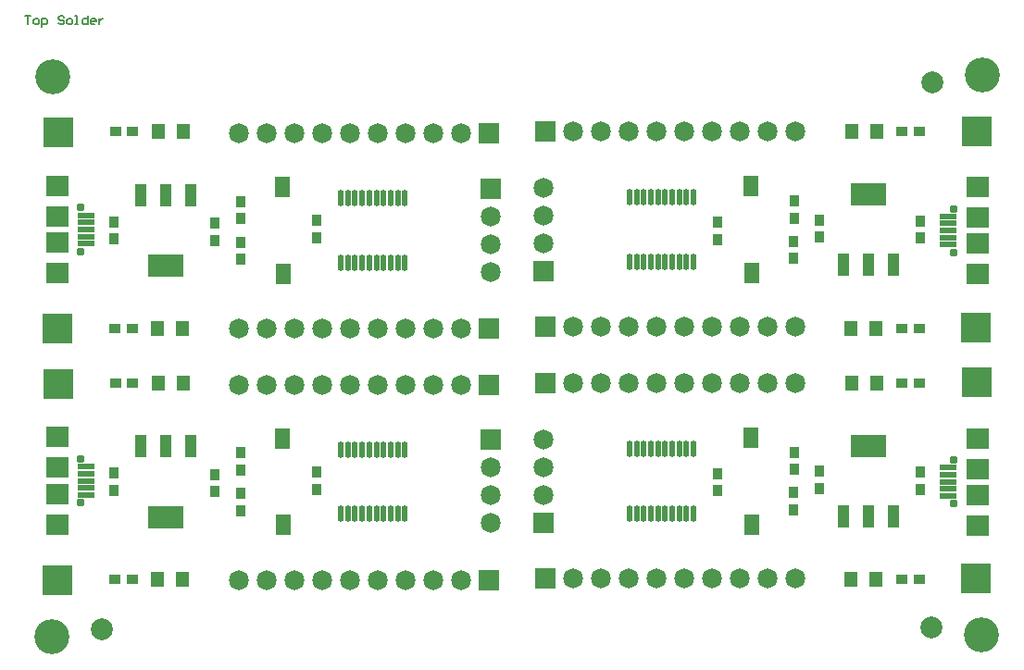
<source format=gts>
G04*
G04 #@! TF.GenerationSoftware,Altium Limited,Altium Designer,21.2.2 (38)*
G04*
G04 Layer_Color=8388736*
%FSLAX24Y24*%
%MOIN*%
G70*
G04*
G04 #@! TF.SameCoordinates,4FF2B1F3-0D2B-4292-BC26-430B10DD4990*
G04*
G04*
G04 #@! TF.FilePolarity,Negative*
G04*
G01*
G75*
%ADD12C,0.0050*%
%ADD46C,0.0787*%
%ADD47C,0.0474*%
%ADD48R,0.0430X0.0365*%
%ADD49R,0.0500X0.0550*%
%ADD50O,0.0227X0.0601*%
%ADD51R,0.0365X0.0430*%
%ADD52R,0.0522X0.0759*%
%ADD53R,0.0385X0.0837*%
%ADD54R,0.1310X0.0837*%
%ADD55R,0.0601X0.0207*%
%ADD56R,0.0798X0.0759*%
%ADD57R,0.0365X0.0430*%
%ADD58C,0.1261*%
%ADD59R,0.1050X0.1050*%
%ADD60R,0.0719X0.0719*%
%ADD61C,0.0719*%
%ADD62R,0.0719X0.0719*%
%ADD63C,0.0306*%
D12*
X23410Y45510D02*
X23610D01*
X23510D01*
Y45210D01*
X23760D02*
X23860D01*
X23910Y45260D01*
Y45360D01*
X23860Y45410D01*
X23760D01*
X23710Y45360D01*
Y45260D01*
X23760Y45210D01*
X24010Y45110D02*
Y45410D01*
X24160D01*
X24210Y45360D01*
Y45260D01*
X24160Y45210D01*
X24010D01*
X24810Y45460D02*
X24760Y45510D01*
X24660D01*
X24610Y45460D01*
Y45410D01*
X24660Y45360D01*
X24760D01*
X24810Y45310D01*
Y45260D01*
X24760Y45210D01*
X24660D01*
X24610Y45260D01*
X24959Y45210D02*
X25059D01*
X25109Y45260D01*
Y45360D01*
X25059Y45410D01*
X24959D01*
X24910Y45360D01*
Y45260D01*
X24959Y45210D01*
X25209D02*
X25309D01*
X25259D01*
Y45510D01*
X25209D01*
X25659D02*
Y45210D01*
X25509D01*
X25459Y45260D01*
Y45360D01*
X25509Y45410D01*
X25659D01*
X25909Y45210D02*
X25809D01*
X25759Y45260D01*
Y45360D01*
X25809Y45410D01*
X25909D01*
X25959Y45360D01*
Y45310D01*
X25759D01*
X26059Y45410D02*
Y45210D01*
Y45310D01*
X26109Y45360D01*
X26159Y45410D01*
X26209D01*
D46*
X56046Y23496D02*
D03*
X56061Y43133D02*
D03*
X26190Y23420D02*
D03*
D47*
X56046Y23496D02*
D03*
X56061Y43133D02*
D03*
X26190Y23420D02*
D03*
D48*
X27270Y25211D02*
D03*
X26650D02*
D03*
X26660Y32291D02*
D03*
X27280D02*
D03*
X27270Y34266D02*
D03*
X26650D02*
D03*
X26660Y41346D02*
D03*
X27280D02*
D03*
X54981Y41341D02*
D03*
X55601D02*
D03*
X55591Y34261D02*
D03*
X54971D02*
D03*
X54981Y32286D02*
D03*
X55601D02*
D03*
X55591Y25206D02*
D03*
X54971D02*
D03*
D49*
X28180Y25211D02*
D03*
X29080D02*
D03*
X28200Y32291D02*
D03*
X29100D02*
D03*
X28180Y34266D02*
D03*
X29080D02*
D03*
X28200Y41346D02*
D03*
X29100D02*
D03*
X54071Y41341D02*
D03*
X53171D02*
D03*
X54051Y34261D02*
D03*
X53151D02*
D03*
X54071Y32286D02*
D03*
X53171D02*
D03*
X54051Y25206D02*
D03*
X53151D02*
D03*
D50*
X37082Y29903D02*
D03*
X36826D02*
D03*
X36570D02*
D03*
X36314D02*
D03*
X36058D02*
D03*
X35802D02*
D03*
X34778D02*
D03*
X37082Y27580D02*
D03*
X36826D02*
D03*
X36570D02*
D03*
X36314D02*
D03*
X36058D02*
D03*
X35802D02*
D03*
X35546D02*
D03*
X35290D02*
D03*
X35034D02*
D03*
X34778D02*
D03*
X35290Y29903D02*
D03*
X35546D02*
D03*
X35034D02*
D03*
X37082Y38958D02*
D03*
X36826D02*
D03*
X36570D02*
D03*
X36314D02*
D03*
X36058D02*
D03*
X35802D02*
D03*
X34778D02*
D03*
X37082Y36635D02*
D03*
X36826D02*
D03*
X36570D02*
D03*
X36314D02*
D03*
X36058D02*
D03*
X35802D02*
D03*
X35546D02*
D03*
X35290D02*
D03*
X35034D02*
D03*
X34778D02*
D03*
X35290Y38958D02*
D03*
X35546D02*
D03*
X35034D02*
D03*
X45170Y36650D02*
D03*
X45426D02*
D03*
X45682D02*
D03*
X45938D02*
D03*
X46193D02*
D03*
X46449D02*
D03*
X47473D02*
D03*
X45170Y38973D02*
D03*
X45426D02*
D03*
X45682D02*
D03*
X45938D02*
D03*
X46193D02*
D03*
X46449D02*
D03*
X46705D02*
D03*
X46961D02*
D03*
X47217D02*
D03*
X47473D02*
D03*
X46961Y36650D02*
D03*
X46705D02*
D03*
X47217D02*
D03*
X45170Y27595D02*
D03*
X45426D02*
D03*
X45682D02*
D03*
X45938D02*
D03*
X46193D02*
D03*
X46449D02*
D03*
X47473D02*
D03*
X45170Y29918D02*
D03*
X45426D02*
D03*
X45682D02*
D03*
X45938D02*
D03*
X46193D02*
D03*
X46449D02*
D03*
X46705D02*
D03*
X46961D02*
D03*
X47217D02*
D03*
X47473D02*
D03*
X46961Y27595D02*
D03*
X46705D02*
D03*
X47217D02*
D03*
D51*
X33900Y28471D02*
D03*
Y29091D02*
D03*
X31160Y28316D02*
D03*
Y27696D02*
D03*
X31170Y29156D02*
D03*
Y29776D02*
D03*
X30250Y28381D02*
D03*
Y29001D02*
D03*
X26620Y29041D02*
D03*
Y28421D02*
D03*
X33900Y37526D02*
D03*
Y38146D02*
D03*
X31160Y37371D02*
D03*
Y36751D02*
D03*
X31170Y38211D02*
D03*
Y38831D02*
D03*
X30250Y37436D02*
D03*
Y38056D02*
D03*
X26620Y38096D02*
D03*
Y37476D02*
D03*
X48351Y38081D02*
D03*
Y37461D02*
D03*
X55631Y37511D02*
D03*
Y38131D02*
D03*
X48351Y29026D02*
D03*
Y28406D02*
D03*
X55631Y28456D02*
D03*
Y29076D02*
D03*
D52*
X32698Y27178D02*
D03*
X32690Y30301D02*
D03*
X32698Y36233D02*
D03*
X32690Y39356D02*
D03*
X49554Y39375D02*
D03*
X49561Y36251D02*
D03*
X49554Y30319D02*
D03*
X49561Y27196D02*
D03*
D53*
X28480Y30011D02*
D03*
X27574D02*
D03*
X29386D02*
D03*
X28480Y39066D02*
D03*
X27574D02*
D03*
X29386D02*
D03*
X53771Y36541D02*
D03*
X54677D02*
D03*
X52866D02*
D03*
X53771Y27486D02*
D03*
X54677D02*
D03*
X52866D02*
D03*
D54*
X28480Y27461D02*
D03*
Y36516D02*
D03*
X53771Y39091D02*
D03*
Y30036D02*
D03*
D55*
X25603Y29281D02*
D03*
Y28257D02*
D03*
Y29025D02*
D03*
Y28769D02*
D03*
Y28513D02*
D03*
Y38336D02*
D03*
Y37312D02*
D03*
Y38080D02*
D03*
Y37824D02*
D03*
Y37568D02*
D03*
X56648Y37272D02*
D03*
Y38296D02*
D03*
Y37528D02*
D03*
Y37784D02*
D03*
Y38040D02*
D03*
Y28217D02*
D03*
Y29241D02*
D03*
Y28473D02*
D03*
Y28729D02*
D03*
Y28985D02*
D03*
D56*
X24560Y30343D02*
D03*
Y27194D02*
D03*
Y28296D02*
D03*
Y29241D02*
D03*
Y39399D02*
D03*
Y36249D02*
D03*
Y37351D02*
D03*
Y38296D02*
D03*
X57691Y36209D02*
D03*
Y39359D02*
D03*
Y38256D02*
D03*
Y37311D02*
D03*
Y27154D02*
D03*
Y30303D02*
D03*
Y29201D02*
D03*
Y28256D02*
D03*
D57*
X51091Y38236D02*
D03*
Y38856D02*
D03*
X51081Y37396D02*
D03*
Y36776D02*
D03*
X52001Y38171D02*
D03*
Y37551D02*
D03*
X51091Y29181D02*
D03*
Y29801D02*
D03*
X51081Y28341D02*
D03*
Y27721D02*
D03*
X52001Y29116D02*
D03*
Y28496D02*
D03*
D58*
X57867Y43392D02*
D03*
X24399Y43316D02*
D03*
X57852Y23237D02*
D03*
X24384Y23161D02*
D03*
D59*
X24590Y25191D02*
D03*
X24610Y32251D02*
D03*
X24590Y34246D02*
D03*
X24610Y41306D02*
D03*
X57661Y41361D02*
D03*
X57641Y34301D02*
D03*
X57661Y32306D02*
D03*
X57641Y25246D02*
D03*
D60*
X40170Y30246D02*
D03*
Y39301D02*
D03*
X42081Y36306D02*
D03*
Y27251D02*
D03*
D61*
X40170Y29246D02*
D03*
Y28246D02*
D03*
Y27246D02*
D03*
X39100Y25205D02*
D03*
X38100D02*
D03*
X37100D02*
D03*
X36100D02*
D03*
X35100D02*
D03*
X34100D02*
D03*
X33100D02*
D03*
X32100D02*
D03*
X31100D02*
D03*
X32100Y32237D02*
D03*
X34100D02*
D03*
X33100D02*
D03*
X31100D02*
D03*
X35100D02*
D03*
X36100D02*
D03*
X37100D02*
D03*
X38100D02*
D03*
X39100D02*
D03*
X40170Y38301D02*
D03*
Y37301D02*
D03*
Y36301D02*
D03*
X39100Y34261D02*
D03*
X38100D02*
D03*
X37100D02*
D03*
X36100D02*
D03*
X35100D02*
D03*
X34100D02*
D03*
X33100D02*
D03*
X32100D02*
D03*
X31100D02*
D03*
X32100Y41292D02*
D03*
X34100D02*
D03*
X33100D02*
D03*
X31100D02*
D03*
X35100D02*
D03*
X36100D02*
D03*
X37100D02*
D03*
X38100D02*
D03*
X39100D02*
D03*
X42081Y37306D02*
D03*
Y38306D02*
D03*
Y39306D02*
D03*
X43151Y41347D02*
D03*
X44151D02*
D03*
X45151D02*
D03*
X46151D02*
D03*
X47151D02*
D03*
X48151D02*
D03*
X49151D02*
D03*
X50151D02*
D03*
X51151D02*
D03*
X50151Y34316D02*
D03*
X48151D02*
D03*
X49151D02*
D03*
X51151D02*
D03*
X47151D02*
D03*
X46151D02*
D03*
X45151D02*
D03*
X44151D02*
D03*
X43151D02*
D03*
X42081Y28251D02*
D03*
Y29251D02*
D03*
Y30251D02*
D03*
X43151Y32292D02*
D03*
X44151D02*
D03*
X45151D02*
D03*
X46151D02*
D03*
X47151D02*
D03*
X48151D02*
D03*
X49151D02*
D03*
X50151D02*
D03*
X51151D02*
D03*
X50151Y25261D02*
D03*
X48151D02*
D03*
X49151D02*
D03*
X51151D02*
D03*
X47151D02*
D03*
X46151D02*
D03*
X45151D02*
D03*
X44151D02*
D03*
X43151D02*
D03*
D62*
X40100Y25205D02*
D03*
Y32237D02*
D03*
Y34261D02*
D03*
Y41292D02*
D03*
X42151Y41347D02*
D03*
Y34316D02*
D03*
Y32292D02*
D03*
Y25261D02*
D03*
D63*
X25406Y27981D02*
D03*
Y29556D02*
D03*
Y37036D02*
D03*
Y38611D02*
D03*
X56845Y38571D02*
D03*
Y36996D02*
D03*
Y29516D02*
D03*
Y27941D02*
D03*
M02*

</source>
